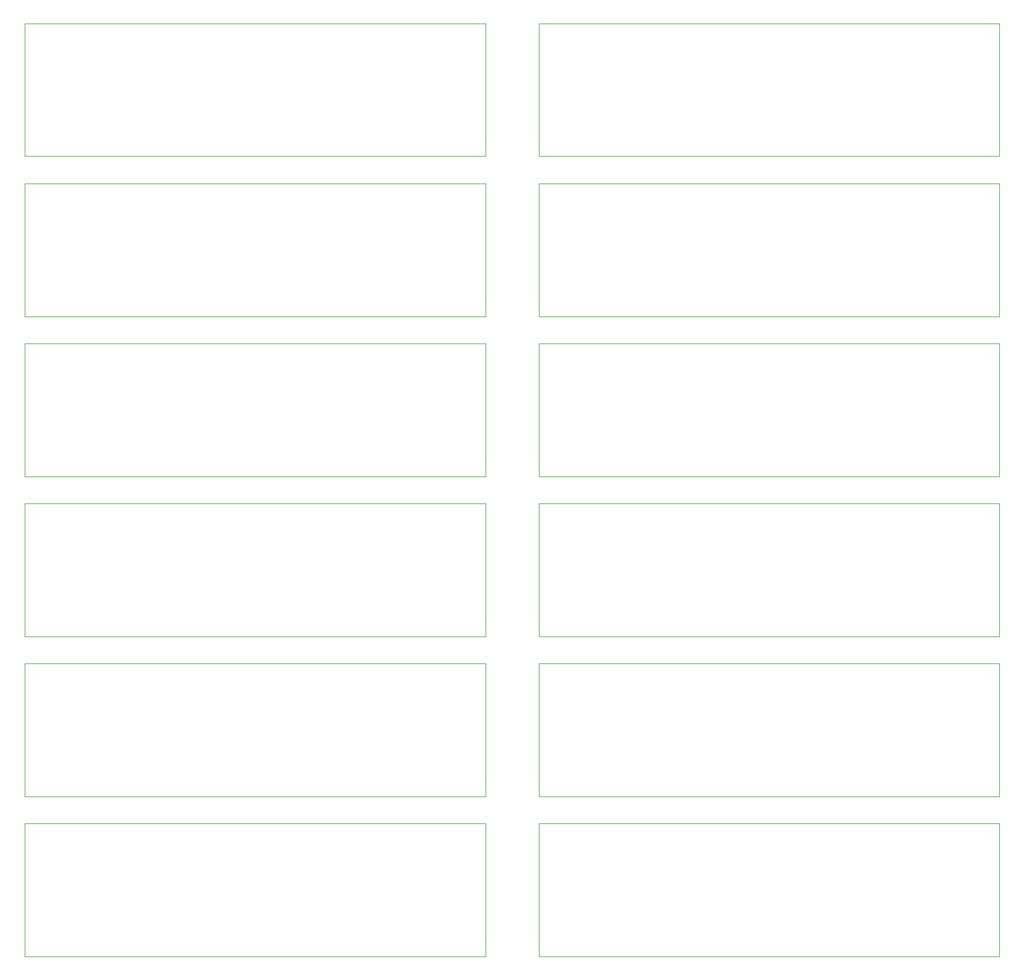
<source format=gbo>
G04 #@! TF.GenerationSoftware,KiCad,Pcbnew,8.0.5*
G04 #@! TF.CreationDate,2025-02-18T14:52:24-08:00*
G04 #@! TF.ProjectId,URBAN_CELL_BOARD,55524241-4e5f-4434-954c-4c5f424f4152,rev?*
G04 #@! TF.SameCoordinates,Original*
G04 #@! TF.FileFunction,Legend,Bot*
G04 #@! TF.FilePolarity,Positive*
%FSLAX46Y46*%
G04 Gerber Fmt 4.6, Leading zero omitted, Abs format (unit mm)*
G04 Created by KiCad (PCBNEW 8.0.5) date 2025-02-18 14:52:24*
%MOMM*%
%LPD*%
G01*
G04 APERTURE LIST*
G04 Aperture macros list*
%AMRoundRect*
0 Rectangle with rounded corners*
0 $1 Rounding radius*
0 $2 $3 $4 $5 $6 $7 $8 $9 X,Y pos of 4 corners*
0 Add a 4 corners polygon primitive as box body*
4,1,4,$2,$3,$4,$5,$6,$7,$8,$9,$2,$3,0*
0 Add four circle primitives for the rounded corners*
1,1,$1+$1,$2,$3*
1,1,$1+$1,$4,$5*
1,1,$1+$1,$6,$7*
1,1,$1+$1,$8,$9*
0 Add four rect primitives between the rounded corners*
20,1,$1+$1,$2,$3,$4,$5,0*
20,1,$1+$1,$4,$5,$6,$7,0*
20,1,$1+$1,$6,$7,$8,$9,0*
20,1,$1+$1,$8,$9,$2,$3,0*%
G04 Aperture macros list end*
%ADD10C,0.120000*%
%ADD11C,9.000000*%
%ADD12R,11.000000X13.000000*%
%ADD13C,2.154000*%
%ADD14C,3.000000*%
%ADD15RoundRect,0.250001X1.099999X1.599999X-1.099999X1.599999X-1.099999X-1.599999X1.099999X-1.599999X0*%
%ADD16O,2.700000X3.700000*%
%ADD17C,7.500000*%
%ADD18C,5.500000*%
%ADD19C,1.200000*%
G04 APERTURE END LIST*
D10*
X160909000Y-129750000D02*
X91409000Y-129750000D01*
X91409000Y-109750000D01*
X160909000Y-109750000D01*
X160909000Y-129750000D01*
X238409000Y-129750000D02*
X168909000Y-129750000D01*
X168909000Y-109750000D01*
X238409000Y-109750000D01*
X238409000Y-129750000D01*
X160909000Y-153884000D02*
X91409000Y-153884000D01*
X91409000Y-133884000D01*
X160909000Y-133884000D01*
X160909000Y-153884000D01*
X238409000Y-178018000D02*
X168909000Y-178018000D01*
X168909000Y-158018000D01*
X238409000Y-158018000D01*
X238409000Y-178018000D01*
X160909000Y-202153000D02*
X91409000Y-202153000D01*
X91409000Y-182153000D01*
X160909000Y-182153000D01*
X160909000Y-202153000D01*
X238409000Y-202153000D02*
X168909000Y-202153000D01*
X168909000Y-182153000D01*
X238409000Y-182153000D01*
X238409000Y-202153000D01*
X160909000Y-178018000D02*
X91409000Y-178018000D01*
X91409000Y-158018000D01*
X160909000Y-158018000D01*
X160909000Y-178018000D01*
X238409000Y-226287000D02*
X168909000Y-226287000D01*
X168909000Y-206287000D01*
X238409000Y-206287000D01*
X238409000Y-226287000D01*
X160909000Y-250421000D02*
X91409000Y-250421000D01*
X91409000Y-230421000D01*
X160909000Y-230421000D01*
X160909000Y-250421000D01*
X238409000Y-250421000D02*
X168909000Y-250421000D01*
X168909000Y-230421000D01*
X238409000Y-230421000D01*
X238409000Y-250421000D01*
X160909000Y-226287000D02*
X91409000Y-226287000D01*
X91409000Y-206287000D01*
X160909000Y-206287000D01*
X160909000Y-226287000D01*
X238409000Y-153884000D02*
X168909000Y-153884000D01*
X168909000Y-133884000D01*
X238409000Y-133884000D01*
X238409000Y-153884000D01*
%LPC*%
D11*
X148629000Y-119750000D03*
D12*
X148629000Y-119750000D03*
D11*
X103689000Y-119750000D03*
D12*
X103689000Y-119750000D03*
D11*
X226129000Y-119750000D03*
D12*
X226129000Y-119750000D03*
D11*
X181189000Y-119750000D03*
D12*
X181189000Y-119750000D03*
D13*
X119945000Y-267787500D03*
X119945000Y-275987500D03*
D11*
X148629000Y-143884000D03*
D12*
X148629000Y-143884000D03*
D11*
X103689000Y-143884000D03*
D12*
X103689000Y-143884000D03*
D11*
X226129000Y-168018000D03*
D12*
X226129000Y-168018000D03*
D11*
X181189000Y-168018000D03*
D12*
X181189000Y-168018000D03*
D13*
X189675000Y-267875000D03*
X189675000Y-276075000D03*
D14*
X234315000Y-278445000D03*
X200715000Y-278445000D03*
D15*
X234315000Y-271145000D03*
D16*
X230115000Y-271145000D03*
X225915000Y-271145000D03*
X221715000Y-271145000D03*
X217515000Y-271145000D03*
X213315000Y-271145000D03*
X209115000Y-271145000D03*
X204915000Y-271145000D03*
X200715000Y-271145000D03*
X234315000Y-265645000D03*
X230115000Y-265645000D03*
X225915000Y-265645000D03*
X221715000Y-265645000D03*
X217515000Y-265645000D03*
X213315000Y-265645000D03*
X209115000Y-265645000D03*
X204915000Y-265645000D03*
X200715000Y-265645000D03*
D11*
X148629000Y-192153000D03*
D12*
X148629000Y-192153000D03*
D11*
X103689000Y-192153000D03*
D12*
X103689000Y-192153000D03*
D11*
X226129000Y-192153000D03*
D12*
X226129000Y-192153000D03*
D11*
X181189000Y-192153000D03*
D12*
X181189000Y-192153000D03*
D11*
X148629000Y-168018000D03*
D12*
X148629000Y-168018000D03*
D11*
X103689000Y-168018000D03*
D12*
X103689000Y-168018000D03*
D11*
X226129000Y-216287000D03*
D12*
X226129000Y-216287000D03*
D11*
X181189000Y-216287000D03*
D12*
X181189000Y-216287000D03*
D17*
X237879000Y-257421000D03*
D18*
X135710000Y-272150000D03*
D19*
X131710000Y-268150000D03*
X131710000Y-270150000D03*
X131710000Y-272150000D03*
X131710000Y-274150000D03*
X131710000Y-276150000D03*
X133710000Y-268150000D03*
X133710000Y-276150000D03*
X135710001Y-268150000D03*
X135710001Y-276150000D03*
X137710000Y-268150000D03*
X137710000Y-276150000D03*
X139710000Y-268150000D03*
X139710000Y-270150000D03*
X139710000Y-272150000D03*
X139710000Y-274150000D03*
X139710000Y-276150000D03*
D11*
X148629000Y-240421000D03*
D12*
X148629000Y-240421000D03*
D11*
X103689000Y-240421000D03*
D12*
X103689000Y-240421000D03*
D19*
X178720000Y-276080000D03*
X178720000Y-274080000D03*
X178720000Y-272080000D03*
X178720000Y-270080000D03*
X178720000Y-268080000D03*
X176720000Y-276080000D03*
X176720000Y-268080000D03*
X174720001Y-276080000D03*
X174720001Y-268080000D03*
X172720000Y-276080000D03*
X172720000Y-268080000D03*
X170720000Y-276080000D03*
X170720000Y-274080000D03*
X170720000Y-272080000D03*
X170720000Y-270080000D03*
X170720000Y-268080000D03*
D18*
X174720000Y-272080000D03*
D11*
X226129000Y-240421000D03*
D12*
X226129000Y-240421000D03*
D11*
X181189000Y-240421000D03*
D12*
X181189000Y-240421000D03*
D17*
X91879000Y-257421000D03*
D11*
X148629000Y-216287000D03*
D12*
X148629000Y-216287000D03*
D11*
X103689000Y-216287000D03*
D12*
X103689000Y-216287000D03*
D11*
X226129000Y-143884000D03*
D12*
X226129000Y-143884000D03*
D11*
X181189000Y-143884000D03*
D12*
X181189000Y-143884000D03*
%LPD*%
M02*

</source>
